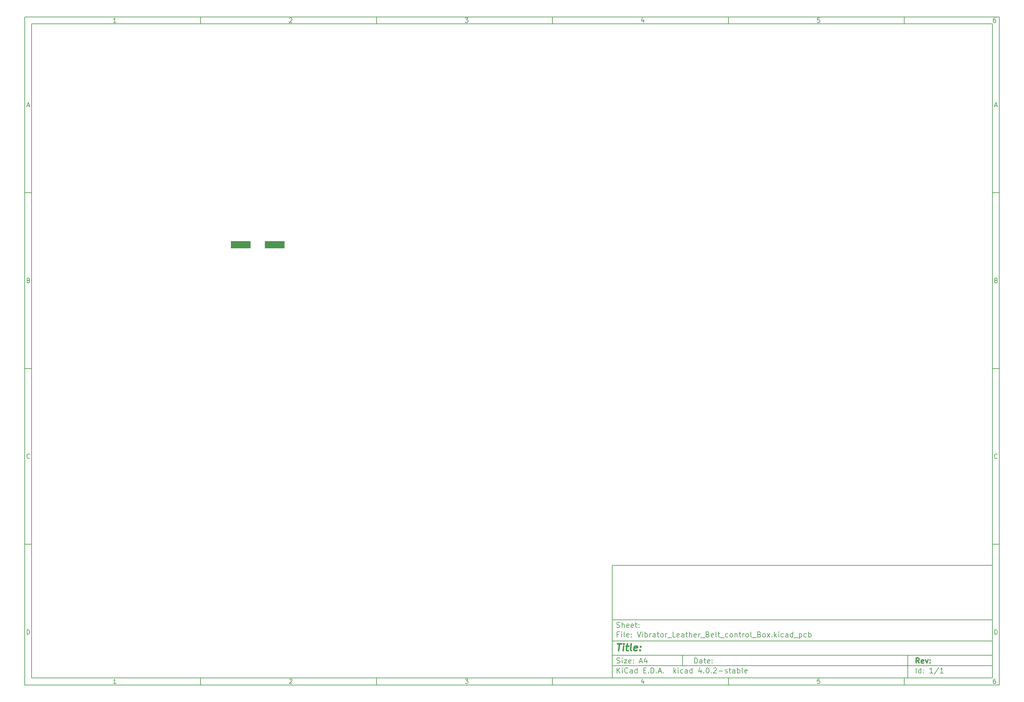
<source format=gbp>
G04 #@! TF.FileFunction,Paste,Bot*
%FSLAX46Y46*%
G04 Gerber Fmt 4.6, Leading zero omitted, Abs format (unit mm)*
G04 Created by KiCad (PCBNEW 4.0.2-stable) date 2016 October 13, Thursday 23:14:49*
%MOMM*%
G01*
G04 APERTURE LIST*
%ADD10C,0.100000*%
%ADD11C,0.150000*%
%ADD12C,0.300000*%
%ADD13C,0.400000*%
%ADD14R,5.600700X2.100580*%
G04 APERTURE END LIST*
D10*
D11*
X177002200Y-166007200D02*
X177002200Y-198007200D01*
X285002200Y-198007200D01*
X285002200Y-166007200D01*
X177002200Y-166007200D01*
D10*
D11*
X10000000Y-10000000D02*
X10000000Y-200007200D01*
X287002200Y-200007200D01*
X287002200Y-10000000D01*
X10000000Y-10000000D01*
D10*
D11*
X12000000Y-12000000D02*
X12000000Y-198007200D01*
X285002200Y-198007200D01*
X285002200Y-12000000D01*
X12000000Y-12000000D01*
D10*
D11*
X60000000Y-12000000D02*
X60000000Y-10000000D01*
D10*
D11*
X110000000Y-12000000D02*
X110000000Y-10000000D01*
D10*
D11*
X160000000Y-12000000D02*
X160000000Y-10000000D01*
D10*
D11*
X210000000Y-12000000D02*
X210000000Y-10000000D01*
D10*
D11*
X260000000Y-12000000D02*
X260000000Y-10000000D01*
D10*
D11*
X35990476Y-11588095D02*
X35247619Y-11588095D01*
X35619048Y-11588095D02*
X35619048Y-10288095D01*
X35495238Y-10473810D01*
X35371429Y-10597619D01*
X35247619Y-10659524D01*
D10*
D11*
X85247619Y-10411905D02*
X85309524Y-10350000D01*
X85433333Y-10288095D01*
X85742857Y-10288095D01*
X85866667Y-10350000D01*
X85928571Y-10411905D01*
X85990476Y-10535714D01*
X85990476Y-10659524D01*
X85928571Y-10845238D01*
X85185714Y-11588095D01*
X85990476Y-11588095D01*
D10*
D11*
X135185714Y-10288095D02*
X135990476Y-10288095D01*
X135557143Y-10783333D01*
X135742857Y-10783333D01*
X135866667Y-10845238D01*
X135928571Y-10907143D01*
X135990476Y-11030952D01*
X135990476Y-11340476D01*
X135928571Y-11464286D01*
X135866667Y-11526190D01*
X135742857Y-11588095D01*
X135371429Y-11588095D01*
X135247619Y-11526190D01*
X135185714Y-11464286D01*
D10*
D11*
X185866667Y-10721429D02*
X185866667Y-11588095D01*
X185557143Y-10226190D02*
X185247619Y-11154762D01*
X186052381Y-11154762D01*
D10*
D11*
X235928571Y-10288095D02*
X235309524Y-10288095D01*
X235247619Y-10907143D01*
X235309524Y-10845238D01*
X235433333Y-10783333D01*
X235742857Y-10783333D01*
X235866667Y-10845238D01*
X235928571Y-10907143D01*
X235990476Y-11030952D01*
X235990476Y-11340476D01*
X235928571Y-11464286D01*
X235866667Y-11526190D01*
X235742857Y-11588095D01*
X235433333Y-11588095D01*
X235309524Y-11526190D01*
X235247619Y-11464286D01*
D10*
D11*
X285866667Y-10288095D02*
X285619048Y-10288095D01*
X285495238Y-10350000D01*
X285433333Y-10411905D01*
X285309524Y-10597619D01*
X285247619Y-10845238D01*
X285247619Y-11340476D01*
X285309524Y-11464286D01*
X285371429Y-11526190D01*
X285495238Y-11588095D01*
X285742857Y-11588095D01*
X285866667Y-11526190D01*
X285928571Y-11464286D01*
X285990476Y-11340476D01*
X285990476Y-11030952D01*
X285928571Y-10907143D01*
X285866667Y-10845238D01*
X285742857Y-10783333D01*
X285495238Y-10783333D01*
X285371429Y-10845238D01*
X285309524Y-10907143D01*
X285247619Y-11030952D01*
D10*
D11*
X60000000Y-198007200D02*
X60000000Y-200007200D01*
D10*
D11*
X110000000Y-198007200D02*
X110000000Y-200007200D01*
D10*
D11*
X160000000Y-198007200D02*
X160000000Y-200007200D01*
D10*
D11*
X210000000Y-198007200D02*
X210000000Y-200007200D01*
D10*
D11*
X260000000Y-198007200D02*
X260000000Y-200007200D01*
D10*
D11*
X35990476Y-199595295D02*
X35247619Y-199595295D01*
X35619048Y-199595295D02*
X35619048Y-198295295D01*
X35495238Y-198481010D01*
X35371429Y-198604819D01*
X35247619Y-198666724D01*
D10*
D11*
X85247619Y-198419105D02*
X85309524Y-198357200D01*
X85433333Y-198295295D01*
X85742857Y-198295295D01*
X85866667Y-198357200D01*
X85928571Y-198419105D01*
X85990476Y-198542914D01*
X85990476Y-198666724D01*
X85928571Y-198852438D01*
X85185714Y-199595295D01*
X85990476Y-199595295D01*
D10*
D11*
X135185714Y-198295295D02*
X135990476Y-198295295D01*
X135557143Y-198790533D01*
X135742857Y-198790533D01*
X135866667Y-198852438D01*
X135928571Y-198914343D01*
X135990476Y-199038152D01*
X135990476Y-199347676D01*
X135928571Y-199471486D01*
X135866667Y-199533390D01*
X135742857Y-199595295D01*
X135371429Y-199595295D01*
X135247619Y-199533390D01*
X135185714Y-199471486D01*
D10*
D11*
X185866667Y-198728629D02*
X185866667Y-199595295D01*
X185557143Y-198233390D02*
X185247619Y-199161962D01*
X186052381Y-199161962D01*
D10*
D11*
X235928571Y-198295295D02*
X235309524Y-198295295D01*
X235247619Y-198914343D01*
X235309524Y-198852438D01*
X235433333Y-198790533D01*
X235742857Y-198790533D01*
X235866667Y-198852438D01*
X235928571Y-198914343D01*
X235990476Y-199038152D01*
X235990476Y-199347676D01*
X235928571Y-199471486D01*
X235866667Y-199533390D01*
X235742857Y-199595295D01*
X235433333Y-199595295D01*
X235309524Y-199533390D01*
X235247619Y-199471486D01*
D10*
D11*
X285866667Y-198295295D02*
X285619048Y-198295295D01*
X285495238Y-198357200D01*
X285433333Y-198419105D01*
X285309524Y-198604819D01*
X285247619Y-198852438D01*
X285247619Y-199347676D01*
X285309524Y-199471486D01*
X285371429Y-199533390D01*
X285495238Y-199595295D01*
X285742857Y-199595295D01*
X285866667Y-199533390D01*
X285928571Y-199471486D01*
X285990476Y-199347676D01*
X285990476Y-199038152D01*
X285928571Y-198914343D01*
X285866667Y-198852438D01*
X285742857Y-198790533D01*
X285495238Y-198790533D01*
X285371429Y-198852438D01*
X285309524Y-198914343D01*
X285247619Y-199038152D01*
D10*
D11*
X10000000Y-60000000D02*
X12000000Y-60000000D01*
D10*
D11*
X10000000Y-110000000D02*
X12000000Y-110000000D01*
D10*
D11*
X10000000Y-160000000D02*
X12000000Y-160000000D01*
D10*
D11*
X10690476Y-35216667D02*
X11309524Y-35216667D01*
X10566667Y-35588095D02*
X11000000Y-34288095D01*
X11433333Y-35588095D01*
D10*
D11*
X11092857Y-84907143D02*
X11278571Y-84969048D01*
X11340476Y-85030952D01*
X11402381Y-85154762D01*
X11402381Y-85340476D01*
X11340476Y-85464286D01*
X11278571Y-85526190D01*
X11154762Y-85588095D01*
X10659524Y-85588095D01*
X10659524Y-84288095D01*
X11092857Y-84288095D01*
X11216667Y-84350000D01*
X11278571Y-84411905D01*
X11340476Y-84535714D01*
X11340476Y-84659524D01*
X11278571Y-84783333D01*
X11216667Y-84845238D01*
X11092857Y-84907143D01*
X10659524Y-84907143D01*
D10*
D11*
X11402381Y-135464286D02*
X11340476Y-135526190D01*
X11154762Y-135588095D01*
X11030952Y-135588095D01*
X10845238Y-135526190D01*
X10721429Y-135402381D01*
X10659524Y-135278571D01*
X10597619Y-135030952D01*
X10597619Y-134845238D01*
X10659524Y-134597619D01*
X10721429Y-134473810D01*
X10845238Y-134350000D01*
X11030952Y-134288095D01*
X11154762Y-134288095D01*
X11340476Y-134350000D01*
X11402381Y-134411905D01*
D10*
D11*
X10659524Y-185588095D02*
X10659524Y-184288095D01*
X10969048Y-184288095D01*
X11154762Y-184350000D01*
X11278571Y-184473810D01*
X11340476Y-184597619D01*
X11402381Y-184845238D01*
X11402381Y-185030952D01*
X11340476Y-185278571D01*
X11278571Y-185402381D01*
X11154762Y-185526190D01*
X10969048Y-185588095D01*
X10659524Y-185588095D01*
D10*
D11*
X287002200Y-60000000D02*
X285002200Y-60000000D01*
D10*
D11*
X287002200Y-110000000D02*
X285002200Y-110000000D01*
D10*
D11*
X287002200Y-160000000D02*
X285002200Y-160000000D01*
D10*
D11*
X285692676Y-35216667D02*
X286311724Y-35216667D01*
X285568867Y-35588095D02*
X286002200Y-34288095D01*
X286435533Y-35588095D01*
D10*
D11*
X286095057Y-84907143D02*
X286280771Y-84969048D01*
X286342676Y-85030952D01*
X286404581Y-85154762D01*
X286404581Y-85340476D01*
X286342676Y-85464286D01*
X286280771Y-85526190D01*
X286156962Y-85588095D01*
X285661724Y-85588095D01*
X285661724Y-84288095D01*
X286095057Y-84288095D01*
X286218867Y-84350000D01*
X286280771Y-84411905D01*
X286342676Y-84535714D01*
X286342676Y-84659524D01*
X286280771Y-84783333D01*
X286218867Y-84845238D01*
X286095057Y-84907143D01*
X285661724Y-84907143D01*
D10*
D11*
X286404581Y-135464286D02*
X286342676Y-135526190D01*
X286156962Y-135588095D01*
X286033152Y-135588095D01*
X285847438Y-135526190D01*
X285723629Y-135402381D01*
X285661724Y-135278571D01*
X285599819Y-135030952D01*
X285599819Y-134845238D01*
X285661724Y-134597619D01*
X285723629Y-134473810D01*
X285847438Y-134350000D01*
X286033152Y-134288095D01*
X286156962Y-134288095D01*
X286342676Y-134350000D01*
X286404581Y-134411905D01*
D10*
D11*
X285661724Y-185588095D02*
X285661724Y-184288095D01*
X285971248Y-184288095D01*
X286156962Y-184350000D01*
X286280771Y-184473810D01*
X286342676Y-184597619D01*
X286404581Y-184845238D01*
X286404581Y-185030952D01*
X286342676Y-185278571D01*
X286280771Y-185402381D01*
X286156962Y-185526190D01*
X285971248Y-185588095D01*
X285661724Y-185588095D01*
D10*
D11*
X200359343Y-193785771D02*
X200359343Y-192285771D01*
X200716486Y-192285771D01*
X200930771Y-192357200D01*
X201073629Y-192500057D01*
X201145057Y-192642914D01*
X201216486Y-192928629D01*
X201216486Y-193142914D01*
X201145057Y-193428629D01*
X201073629Y-193571486D01*
X200930771Y-193714343D01*
X200716486Y-193785771D01*
X200359343Y-193785771D01*
X202502200Y-193785771D02*
X202502200Y-193000057D01*
X202430771Y-192857200D01*
X202287914Y-192785771D01*
X202002200Y-192785771D01*
X201859343Y-192857200D01*
X202502200Y-193714343D02*
X202359343Y-193785771D01*
X202002200Y-193785771D01*
X201859343Y-193714343D01*
X201787914Y-193571486D01*
X201787914Y-193428629D01*
X201859343Y-193285771D01*
X202002200Y-193214343D01*
X202359343Y-193214343D01*
X202502200Y-193142914D01*
X203002200Y-192785771D02*
X203573629Y-192785771D01*
X203216486Y-192285771D02*
X203216486Y-193571486D01*
X203287914Y-193714343D01*
X203430772Y-193785771D01*
X203573629Y-193785771D01*
X204645057Y-193714343D02*
X204502200Y-193785771D01*
X204216486Y-193785771D01*
X204073629Y-193714343D01*
X204002200Y-193571486D01*
X204002200Y-193000057D01*
X204073629Y-192857200D01*
X204216486Y-192785771D01*
X204502200Y-192785771D01*
X204645057Y-192857200D01*
X204716486Y-193000057D01*
X204716486Y-193142914D01*
X204002200Y-193285771D01*
X205359343Y-193642914D02*
X205430771Y-193714343D01*
X205359343Y-193785771D01*
X205287914Y-193714343D01*
X205359343Y-193642914D01*
X205359343Y-193785771D01*
X205359343Y-192857200D02*
X205430771Y-192928629D01*
X205359343Y-193000057D01*
X205287914Y-192928629D01*
X205359343Y-192857200D01*
X205359343Y-193000057D01*
D10*
D11*
X177002200Y-194507200D02*
X285002200Y-194507200D01*
D10*
D11*
X178359343Y-196585771D02*
X178359343Y-195085771D01*
X179216486Y-196585771D02*
X178573629Y-195728629D01*
X179216486Y-195085771D02*
X178359343Y-195942914D01*
X179859343Y-196585771D02*
X179859343Y-195585771D01*
X179859343Y-195085771D02*
X179787914Y-195157200D01*
X179859343Y-195228629D01*
X179930771Y-195157200D01*
X179859343Y-195085771D01*
X179859343Y-195228629D01*
X181430772Y-196442914D02*
X181359343Y-196514343D01*
X181145057Y-196585771D01*
X181002200Y-196585771D01*
X180787915Y-196514343D01*
X180645057Y-196371486D01*
X180573629Y-196228629D01*
X180502200Y-195942914D01*
X180502200Y-195728629D01*
X180573629Y-195442914D01*
X180645057Y-195300057D01*
X180787915Y-195157200D01*
X181002200Y-195085771D01*
X181145057Y-195085771D01*
X181359343Y-195157200D01*
X181430772Y-195228629D01*
X182716486Y-196585771D02*
X182716486Y-195800057D01*
X182645057Y-195657200D01*
X182502200Y-195585771D01*
X182216486Y-195585771D01*
X182073629Y-195657200D01*
X182716486Y-196514343D02*
X182573629Y-196585771D01*
X182216486Y-196585771D01*
X182073629Y-196514343D01*
X182002200Y-196371486D01*
X182002200Y-196228629D01*
X182073629Y-196085771D01*
X182216486Y-196014343D01*
X182573629Y-196014343D01*
X182716486Y-195942914D01*
X184073629Y-196585771D02*
X184073629Y-195085771D01*
X184073629Y-196514343D02*
X183930772Y-196585771D01*
X183645058Y-196585771D01*
X183502200Y-196514343D01*
X183430772Y-196442914D01*
X183359343Y-196300057D01*
X183359343Y-195871486D01*
X183430772Y-195728629D01*
X183502200Y-195657200D01*
X183645058Y-195585771D01*
X183930772Y-195585771D01*
X184073629Y-195657200D01*
X185930772Y-195800057D02*
X186430772Y-195800057D01*
X186645058Y-196585771D02*
X185930772Y-196585771D01*
X185930772Y-195085771D01*
X186645058Y-195085771D01*
X187287915Y-196442914D02*
X187359343Y-196514343D01*
X187287915Y-196585771D01*
X187216486Y-196514343D01*
X187287915Y-196442914D01*
X187287915Y-196585771D01*
X188002201Y-196585771D02*
X188002201Y-195085771D01*
X188359344Y-195085771D01*
X188573629Y-195157200D01*
X188716487Y-195300057D01*
X188787915Y-195442914D01*
X188859344Y-195728629D01*
X188859344Y-195942914D01*
X188787915Y-196228629D01*
X188716487Y-196371486D01*
X188573629Y-196514343D01*
X188359344Y-196585771D01*
X188002201Y-196585771D01*
X189502201Y-196442914D02*
X189573629Y-196514343D01*
X189502201Y-196585771D01*
X189430772Y-196514343D01*
X189502201Y-196442914D01*
X189502201Y-196585771D01*
X190145058Y-196157200D02*
X190859344Y-196157200D01*
X190002201Y-196585771D02*
X190502201Y-195085771D01*
X191002201Y-196585771D01*
X191502201Y-196442914D02*
X191573629Y-196514343D01*
X191502201Y-196585771D01*
X191430772Y-196514343D01*
X191502201Y-196442914D01*
X191502201Y-196585771D01*
X194502201Y-196585771D02*
X194502201Y-195085771D01*
X194645058Y-196014343D02*
X195073629Y-196585771D01*
X195073629Y-195585771D02*
X194502201Y-196157200D01*
X195716487Y-196585771D02*
X195716487Y-195585771D01*
X195716487Y-195085771D02*
X195645058Y-195157200D01*
X195716487Y-195228629D01*
X195787915Y-195157200D01*
X195716487Y-195085771D01*
X195716487Y-195228629D01*
X197073630Y-196514343D02*
X196930773Y-196585771D01*
X196645059Y-196585771D01*
X196502201Y-196514343D01*
X196430773Y-196442914D01*
X196359344Y-196300057D01*
X196359344Y-195871486D01*
X196430773Y-195728629D01*
X196502201Y-195657200D01*
X196645059Y-195585771D01*
X196930773Y-195585771D01*
X197073630Y-195657200D01*
X198359344Y-196585771D02*
X198359344Y-195800057D01*
X198287915Y-195657200D01*
X198145058Y-195585771D01*
X197859344Y-195585771D01*
X197716487Y-195657200D01*
X198359344Y-196514343D02*
X198216487Y-196585771D01*
X197859344Y-196585771D01*
X197716487Y-196514343D01*
X197645058Y-196371486D01*
X197645058Y-196228629D01*
X197716487Y-196085771D01*
X197859344Y-196014343D01*
X198216487Y-196014343D01*
X198359344Y-195942914D01*
X199716487Y-196585771D02*
X199716487Y-195085771D01*
X199716487Y-196514343D02*
X199573630Y-196585771D01*
X199287916Y-196585771D01*
X199145058Y-196514343D01*
X199073630Y-196442914D01*
X199002201Y-196300057D01*
X199002201Y-195871486D01*
X199073630Y-195728629D01*
X199145058Y-195657200D01*
X199287916Y-195585771D01*
X199573630Y-195585771D01*
X199716487Y-195657200D01*
X202216487Y-195585771D02*
X202216487Y-196585771D01*
X201859344Y-195014343D02*
X201502201Y-196085771D01*
X202430773Y-196085771D01*
X203002201Y-196442914D02*
X203073629Y-196514343D01*
X203002201Y-196585771D01*
X202930772Y-196514343D01*
X203002201Y-196442914D01*
X203002201Y-196585771D01*
X204002201Y-195085771D02*
X204145058Y-195085771D01*
X204287915Y-195157200D01*
X204359344Y-195228629D01*
X204430773Y-195371486D01*
X204502201Y-195657200D01*
X204502201Y-196014343D01*
X204430773Y-196300057D01*
X204359344Y-196442914D01*
X204287915Y-196514343D01*
X204145058Y-196585771D01*
X204002201Y-196585771D01*
X203859344Y-196514343D01*
X203787915Y-196442914D01*
X203716487Y-196300057D01*
X203645058Y-196014343D01*
X203645058Y-195657200D01*
X203716487Y-195371486D01*
X203787915Y-195228629D01*
X203859344Y-195157200D01*
X204002201Y-195085771D01*
X205145058Y-196442914D02*
X205216486Y-196514343D01*
X205145058Y-196585771D01*
X205073629Y-196514343D01*
X205145058Y-196442914D01*
X205145058Y-196585771D01*
X205787915Y-195228629D02*
X205859344Y-195157200D01*
X206002201Y-195085771D01*
X206359344Y-195085771D01*
X206502201Y-195157200D01*
X206573630Y-195228629D01*
X206645058Y-195371486D01*
X206645058Y-195514343D01*
X206573630Y-195728629D01*
X205716487Y-196585771D01*
X206645058Y-196585771D01*
X207287915Y-196014343D02*
X208430772Y-196014343D01*
X209073629Y-196514343D02*
X209216486Y-196585771D01*
X209502201Y-196585771D01*
X209645058Y-196514343D01*
X209716486Y-196371486D01*
X209716486Y-196300057D01*
X209645058Y-196157200D01*
X209502201Y-196085771D01*
X209287915Y-196085771D01*
X209145058Y-196014343D01*
X209073629Y-195871486D01*
X209073629Y-195800057D01*
X209145058Y-195657200D01*
X209287915Y-195585771D01*
X209502201Y-195585771D01*
X209645058Y-195657200D01*
X210145058Y-195585771D02*
X210716487Y-195585771D01*
X210359344Y-195085771D02*
X210359344Y-196371486D01*
X210430772Y-196514343D01*
X210573630Y-196585771D01*
X210716487Y-196585771D01*
X211859344Y-196585771D02*
X211859344Y-195800057D01*
X211787915Y-195657200D01*
X211645058Y-195585771D01*
X211359344Y-195585771D01*
X211216487Y-195657200D01*
X211859344Y-196514343D02*
X211716487Y-196585771D01*
X211359344Y-196585771D01*
X211216487Y-196514343D01*
X211145058Y-196371486D01*
X211145058Y-196228629D01*
X211216487Y-196085771D01*
X211359344Y-196014343D01*
X211716487Y-196014343D01*
X211859344Y-195942914D01*
X212573630Y-196585771D02*
X212573630Y-195085771D01*
X212573630Y-195657200D02*
X212716487Y-195585771D01*
X213002201Y-195585771D01*
X213145058Y-195657200D01*
X213216487Y-195728629D01*
X213287916Y-195871486D01*
X213287916Y-196300057D01*
X213216487Y-196442914D01*
X213145058Y-196514343D01*
X213002201Y-196585771D01*
X212716487Y-196585771D01*
X212573630Y-196514343D01*
X214145059Y-196585771D02*
X214002201Y-196514343D01*
X213930773Y-196371486D01*
X213930773Y-195085771D01*
X215287915Y-196514343D02*
X215145058Y-196585771D01*
X214859344Y-196585771D01*
X214716487Y-196514343D01*
X214645058Y-196371486D01*
X214645058Y-195800057D01*
X214716487Y-195657200D01*
X214859344Y-195585771D01*
X215145058Y-195585771D01*
X215287915Y-195657200D01*
X215359344Y-195800057D01*
X215359344Y-195942914D01*
X214645058Y-196085771D01*
D10*
D11*
X177002200Y-191507200D02*
X285002200Y-191507200D01*
D10*
D12*
X264216486Y-193785771D02*
X263716486Y-193071486D01*
X263359343Y-193785771D02*
X263359343Y-192285771D01*
X263930771Y-192285771D01*
X264073629Y-192357200D01*
X264145057Y-192428629D01*
X264216486Y-192571486D01*
X264216486Y-192785771D01*
X264145057Y-192928629D01*
X264073629Y-193000057D01*
X263930771Y-193071486D01*
X263359343Y-193071486D01*
X265430771Y-193714343D02*
X265287914Y-193785771D01*
X265002200Y-193785771D01*
X264859343Y-193714343D01*
X264787914Y-193571486D01*
X264787914Y-193000057D01*
X264859343Y-192857200D01*
X265002200Y-192785771D01*
X265287914Y-192785771D01*
X265430771Y-192857200D01*
X265502200Y-193000057D01*
X265502200Y-193142914D01*
X264787914Y-193285771D01*
X266002200Y-192785771D02*
X266359343Y-193785771D01*
X266716485Y-192785771D01*
X267287914Y-193642914D02*
X267359342Y-193714343D01*
X267287914Y-193785771D01*
X267216485Y-193714343D01*
X267287914Y-193642914D01*
X267287914Y-193785771D01*
X267287914Y-192857200D02*
X267359342Y-192928629D01*
X267287914Y-193000057D01*
X267216485Y-192928629D01*
X267287914Y-192857200D01*
X267287914Y-193000057D01*
D10*
D11*
X178287914Y-193714343D02*
X178502200Y-193785771D01*
X178859343Y-193785771D01*
X179002200Y-193714343D01*
X179073629Y-193642914D01*
X179145057Y-193500057D01*
X179145057Y-193357200D01*
X179073629Y-193214343D01*
X179002200Y-193142914D01*
X178859343Y-193071486D01*
X178573629Y-193000057D01*
X178430771Y-192928629D01*
X178359343Y-192857200D01*
X178287914Y-192714343D01*
X178287914Y-192571486D01*
X178359343Y-192428629D01*
X178430771Y-192357200D01*
X178573629Y-192285771D01*
X178930771Y-192285771D01*
X179145057Y-192357200D01*
X179787914Y-193785771D02*
X179787914Y-192785771D01*
X179787914Y-192285771D02*
X179716485Y-192357200D01*
X179787914Y-192428629D01*
X179859342Y-192357200D01*
X179787914Y-192285771D01*
X179787914Y-192428629D01*
X180359343Y-192785771D02*
X181145057Y-192785771D01*
X180359343Y-193785771D01*
X181145057Y-193785771D01*
X182287914Y-193714343D02*
X182145057Y-193785771D01*
X181859343Y-193785771D01*
X181716486Y-193714343D01*
X181645057Y-193571486D01*
X181645057Y-193000057D01*
X181716486Y-192857200D01*
X181859343Y-192785771D01*
X182145057Y-192785771D01*
X182287914Y-192857200D01*
X182359343Y-193000057D01*
X182359343Y-193142914D01*
X181645057Y-193285771D01*
X183002200Y-193642914D02*
X183073628Y-193714343D01*
X183002200Y-193785771D01*
X182930771Y-193714343D01*
X183002200Y-193642914D01*
X183002200Y-193785771D01*
X183002200Y-192857200D02*
X183073628Y-192928629D01*
X183002200Y-193000057D01*
X182930771Y-192928629D01*
X183002200Y-192857200D01*
X183002200Y-193000057D01*
X184787914Y-193357200D02*
X185502200Y-193357200D01*
X184645057Y-193785771D02*
X185145057Y-192285771D01*
X185645057Y-193785771D01*
X186787914Y-192785771D02*
X186787914Y-193785771D01*
X186430771Y-192214343D02*
X186073628Y-193285771D01*
X187002200Y-193285771D01*
D10*
D11*
X263359343Y-196585771D02*
X263359343Y-195085771D01*
X264716486Y-196585771D02*
X264716486Y-195085771D01*
X264716486Y-196514343D02*
X264573629Y-196585771D01*
X264287915Y-196585771D01*
X264145057Y-196514343D01*
X264073629Y-196442914D01*
X264002200Y-196300057D01*
X264002200Y-195871486D01*
X264073629Y-195728629D01*
X264145057Y-195657200D01*
X264287915Y-195585771D01*
X264573629Y-195585771D01*
X264716486Y-195657200D01*
X265430772Y-196442914D02*
X265502200Y-196514343D01*
X265430772Y-196585771D01*
X265359343Y-196514343D01*
X265430772Y-196442914D01*
X265430772Y-196585771D01*
X265430772Y-195657200D02*
X265502200Y-195728629D01*
X265430772Y-195800057D01*
X265359343Y-195728629D01*
X265430772Y-195657200D01*
X265430772Y-195800057D01*
X268073629Y-196585771D02*
X267216486Y-196585771D01*
X267645058Y-196585771D02*
X267645058Y-195085771D01*
X267502201Y-195300057D01*
X267359343Y-195442914D01*
X267216486Y-195514343D01*
X269787914Y-195014343D02*
X268502200Y-196942914D01*
X271073629Y-196585771D02*
X270216486Y-196585771D01*
X270645058Y-196585771D02*
X270645058Y-195085771D01*
X270502201Y-195300057D01*
X270359343Y-195442914D01*
X270216486Y-195514343D01*
D10*
D11*
X177002200Y-187507200D02*
X285002200Y-187507200D01*
D10*
D13*
X178454581Y-188211962D02*
X179597438Y-188211962D01*
X178776010Y-190211962D02*
X179026010Y-188211962D01*
X180014105Y-190211962D02*
X180180771Y-188878629D01*
X180264105Y-188211962D02*
X180156962Y-188307200D01*
X180240295Y-188402438D01*
X180347439Y-188307200D01*
X180264105Y-188211962D01*
X180240295Y-188402438D01*
X180847438Y-188878629D02*
X181609343Y-188878629D01*
X181216486Y-188211962D02*
X181002200Y-189926248D01*
X181073630Y-190116724D01*
X181252201Y-190211962D01*
X181442677Y-190211962D01*
X182395058Y-190211962D02*
X182216487Y-190116724D01*
X182145057Y-189926248D01*
X182359343Y-188211962D01*
X183930772Y-190116724D02*
X183728391Y-190211962D01*
X183347439Y-190211962D01*
X183168867Y-190116724D01*
X183097438Y-189926248D01*
X183192676Y-189164343D01*
X183311724Y-188973867D01*
X183514105Y-188878629D01*
X183895057Y-188878629D01*
X184073629Y-188973867D01*
X184145057Y-189164343D01*
X184121248Y-189354819D01*
X183145057Y-189545295D01*
X184895057Y-190021486D02*
X184978392Y-190116724D01*
X184871248Y-190211962D01*
X184787915Y-190116724D01*
X184895057Y-190021486D01*
X184871248Y-190211962D01*
X185026010Y-188973867D02*
X185109344Y-189069105D01*
X185002200Y-189164343D01*
X184918867Y-189069105D01*
X185026010Y-188973867D01*
X185002200Y-189164343D01*
D10*
D11*
X178859343Y-185600057D02*
X178359343Y-185600057D01*
X178359343Y-186385771D02*
X178359343Y-184885771D01*
X179073629Y-184885771D01*
X179645057Y-186385771D02*
X179645057Y-185385771D01*
X179645057Y-184885771D02*
X179573628Y-184957200D01*
X179645057Y-185028629D01*
X179716485Y-184957200D01*
X179645057Y-184885771D01*
X179645057Y-185028629D01*
X180573629Y-186385771D02*
X180430771Y-186314343D01*
X180359343Y-186171486D01*
X180359343Y-184885771D01*
X181716485Y-186314343D02*
X181573628Y-186385771D01*
X181287914Y-186385771D01*
X181145057Y-186314343D01*
X181073628Y-186171486D01*
X181073628Y-185600057D01*
X181145057Y-185457200D01*
X181287914Y-185385771D01*
X181573628Y-185385771D01*
X181716485Y-185457200D01*
X181787914Y-185600057D01*
X181787914Y-185742914D01*
X181073628Y-185885771D01*
X182430771Y-186242914D02*
X182502199Y-186314343D01*
X182430771Y-186385771D01*
X182359342Y-186314343D01*
X182430771Y-186242914D01*
X182430771Y-186385771D01*
X182430771Y-185457200D02*
X182502199Y-185528629D01*
X182430771Y-185600057D01*
X182359342Y-185528629D01*
X182430771Y-185457200D01*
X182430771Y-185600057D01*
X184073628Y-184885771D02*
X184573628Y-186385771D01*
X185073628Y-184885771D01*
X185573628Y-186385771D02*
X185573628Y-185385771D01*
X185573628Y-184885771D02*
X185502199Y-184957200D01*
X185573628Y-185028629D01*
X185645056Y-184957200D01*
X185573628Y-184885771D01*
X185573628Y-185028629D01*
X186287914Y-186385771D02*
X186287914Y-184885771D01*
X186287914Y-185457200D02*
X186430771Y-185385771D01*
X186716485Y-185385771D01*
X186859342Y-185457200D01*
X186930771Y-185528629D01*
X187002200Y-185671486D01*
X187002200Y-186100057D01*
X186930771Y-186242914D01*
X186859342Y-186314343D01*
X186716485Y-186385771D01*
X186430771Y-186385771D01*
X186287914Y-186314343D01*
X187645057Y-186385771D02*
X187645057Y-185385771D01*
X187645057Y-185671486D02*
X187716485Y-185528629D01*
X187787914Y-185457200D01*
X187930771Y-185385771D01*
X188073628Y-185385771D01*
X189216485Y-186385771D02*
X189216485Y-185600057D01*
X189145056Y-185457200D01*
X189002199Y-185385771D01*
X188716485Y-185385771D01*
X188573628Y-185457200D01*
X189216485Y-186314343D02*
X189073628Y-186385771D01*
X188716485Y-186385771D01*
X188573628Y-186314343D01*
X188502199Y-186171486D01*
X188502199Y-186028629D01*
X188573628Y-185885771D01*
X188716485Y-185814343D01*
X189073628Y-185814343D01*
X189216485Y-185742914D01*
X189716485Y-185385771D02*
X190287914Y-185385771D01*
X189930771Y-184885771D02*
X189930771Y-186171486D01*
X190002199Y-186314343D01*
X190145057Y-186385771D01*
X190287914Y-186385771D01*
X191002200Y-186385771D02*
X190859342Y-186314343D01*
X190787914Y-186242914D01*
X190716485Y-186100057D01*
X190716485Y-185671486D01*
X190787914Y-185528629D01*
X190859342Y-185457200D01*
X191002200Y-185385771D01*
X191216485Y-185385771D01*
X191359342Y-185457200D01*
X191430771Y-185528629D01*
X191502200Y-185671486D01*
X191502200Y-186100057D01*
X191430771Y-186242914D01*
X191359342Y-186314343D01*
X191216485Y-186385771D01*
X191002200Y-186385771D01*
X192145057Y-186385771D02*
X192145057Y-185385771D01*
X192145057Y-185671486D02*
X192216485Y-185528629D01*
X192287914Y-185457200D01*
X192430771Y-185385771D01*
X192573628Y-185385771D01*
X192716485Y-186528629D02*
X193859342Y-186528629D01*
X194930771Y-186385771D02*
X194216485Y-186385771D01*
X194216485Y-184885771D01*
X196002199Y-186314343D02*
X195859342Y-186385771D01*
X195573628Y-186385771D01*
X195430771Y-186314343D01*
X195359342Y-186171486D01*
X195359342Y-185600057D01*
X195430771Y-185457200D01*
X195573628Y-185385771D01*
X195859342Y-185385771D01*
X196002199Y-185457200D01*
X196073628Y-185600057D01*
X196073628Y-185742914D01*
X195359342Y-185885771D01*
X197359342Y-186385771D02*
X197359342Y-185600057D01*
X197287913Y-185457200D01*
X197145056Y-185385771D01*
X196859342Y-185385771D01*
X196716485Y-185457200D01*
X197359342Y-186314343D02*
X197216485Y-186385771D01*
X196859342Y-186385771D01*
X196716485Y-186314343D01*
X196645056Y-186171486D01*
X196645056Y-186028629D01*
X196716485Y-185885771D01*
X196859342Y-185814343D01*
X197216485Y-185814343D01*
X197359342Y-185742914D01*
X197859342Y-185385771D02*
X198430771Y-185385771D01*
X198073628Y-184885771D02*
X198073628Y-186171486D01*
X198145056Y-186314343D01*
X198287914Y-186385771D01*
X198430771Y-186385771D01*
X198930771Y-186385771D02*
X198930771Y-184885771D01*
X199573628Y-186385771D02*
X199573628Y-185600057D01*
X199502199Y-185457200D01*
X199359342Y-185385771D01*
X199145057Y-185385771D01*
X199002199Y-185457200D01*
X198930771Y-185528629D01*
X200859342Y-186314343D02*
X200716485Y-186385771D01*
X200430771Y-186385771D01*
X200287914Y-186314343D01*
X200216485Y-186171486D01*
X200216485Y-185600057D01*
X200287914Y-185457200D01*
X200430771Y-185385771D01*
X200716485Y-185385771D01*
X200859342Y-185457200D01*
X200930771Y-185600057D01*
X200930771Y-185742914D01*
X200216485Y-185885771D01*
X201573628Y-186385771D02*
X201573628Y-185385771D01*
X201573628Y-185671486D02*
X201645056Y-185528629D01*
X201716485Y-185457200D01*
X201859342Y-185385771D01*
X202002199Y-185385771D01*
X202145056Y-186528629D02*
X203287913Y-186528629D01*
X204145056Y-185600057D02*
X204359342Y-185671486D01*
X204430770Y-185742914D01*
X204502199Y-185885771D01*
X204502199Y-186100057D01*
X204430770Y-186242914D01*
X204359342Y-186314343D01*
X204216484Y-186385771D01*
X203645056Y-186385771D01*
X203645056Y-184885771D01*
X204145056Y-184885771D01*
X204287913Y-184957200D01*
X204359342Y-185028629D01*
X204430770Y-185171486D01*
X204430770Y-185314343D01*
X204359342Y-185457200D01*
X204287913Y-185528629D01*
X204145056Y-185600057D01*
X203645056Y-185600057D01*
X205716484Y-186314343D02*
X205573627Y-186385771D01*
X205287913Y-186385771D01*
X205145056Y-186314343D01*
X205073627Y-186171486D01*
X205073627Y-185600057D01*
X205145056Y-185457200D01*
X205287913Y-185385771D01*
X205573627Y-185385771D01*
X205716484Y-185457200D01*
X205787913Y-185600057D01*
X205787913Y-185742914D01*
X205073627Y-185885771D01*
X206645056Y-186385771D02*
X206502198Y-186314343D01*
X206430770Y-186171486D01*
X206430770Y-184885771D01*
X207002198Y-185385771D02*
X207573627Y-185385771D01*
X207216484Y-184885771D02*
X207216484Y-186171486D01*
X207287912Y-186314343D01*
X207430770Y-186385771D01*
X207573627Y-186385771D01*
X207716484Y-186528629D02*
X208859341Y-186528629D01*
X209859341Y-186314343D02*
X209716484Y-186385771D01*
X209430770Y-186385771D01*
X209287912Y-186314343D01*
X209216484Y-186242914D01*
X209145055Y-186100057D01*
X209145055Y-185671486D01*
X209216484Y-185528629D01*
X209287912Y-185457200D01*
X209430770Y-185385771D01*
X209716484Y-185385771D01*
X209859341Y-185457200D01*
X210716484Y-186385771D02*
X210573626Y-186314343D01*
X210502198Y-186242914D01*
X210430769Y-186100057D01*
X210430769Y-185671486D01*
X210502198Y-185528629D01*
X210573626Y-185457200D01*
X210716484Y-185385771D01*
X210930769Y-185385771D01*
X211073626Y-185457200D01*
X211145055Y-185528629D01*
X211216484Y-185671486D01*
X211216484Y-186100057D01*
X211145055Y-186242914D01*
X211073626Y-186314343D01*
X210930769Y-186385771D01*
X210716484Y-186385771D01*
X211859341Y-185385771D02*
X211859341Y-186385771D01*
X211859341Y-185528629D02*
X211930769Y-185457200D01*
X212073627Y-185385771D01*
X212287912Y-185385771D01*
X212430769Y-185457200D01*
X212502198Y-185600057D01*
X212502198Y-186385771D01*
X213002198Y-185385771D02*
X213573627Y-185385771D01*
X213216484Y-184885771D02*
X213216484Y-186171486D01*
X213287912Y-186314343D01*
X213430770Y-186385771D01*
X213573627Y-186385771D01*
X214073627Y-186385771D02*
X214073627Y-185385771D01*
X214073627Y-185671486D02*
X214145055Y-185528629D01*
X214216484Y-185457200D01*
X214359341Y-185385771D01*
X214502198Y-185385771D01*
X215216484Y-186385771D02*
X215073626Y-186314343D01*
X215002198Y-186242914D01*
X214930769Y-186100057D01*
X214930769Y-185671486D01*
X215002198Y-185528629D01*
X215073626Y-185457200D01*
X215216484Y-185385771D01*
X215430769Y-185385771D01*
X215573626Y-185457200D01*
X215645055Y-185528629D01*
X215716484Y-185671486D01*
X215716484Y-186100057D01*
X215645055Y-186242914D01*
X215573626Y-186314343D01*
X215430769Y-186385771D01*
X215216484Y-186385771D01*
X216573627Y-186385771D02*
X216430769Y-186314343D01*
X216359341Y-186171486D01*
X216359341Y-184885771D01*
X216787912Y-186528629D02*
X217930769Y-186528629D01*
X218787912Y-185600057D02*
X219002198Y-185671486D01*
X219073626Y-185742914D01*
X219145055Y-185885771D01*
X219145055Y-186100057D01*
X219073626Y-186242914D01*
X219002198Y-186314343D01*
X218859340Y-186385771D01*
X218287912Y-186385771D01*
X218287912Y-184885771D01*
X218787912Y-184885771D01*
X218930769Y-184957200D01*
X219002198Y-185028629D01*
X219073626Y-185171486D01*
X219073626Y-185314343D01*
X219002198Y-185457200D01*
X218930769Y-185528629D01*
X218787912Y-185600057D01*
X218287912Y-185600057D01*
X220002198Y-186385771D02*
X219859340Y-186314343D01*
X219787912Y-186242914D01*
X219716483Y-186100057D01*
X219716483Y-185671486D01*
X219787912Y-185528629D01*
X219859340Y-185457200D01*
X220002198Y-185385771D01*
X220216483Y-185385771D01*
X220359340Y-185457200D01*
X220430769Y-185528629D01*
X220502198Y-185671486D01*
X220502198Y-186100057D01*
X220430769Y-186242914D01*
X220359340Y-186314343D01*
X220216483Y-186385771D01*
X220002198Y-186385771D01*
X221002198Y-186385771D02*
X221787912Y-185385771D01*
X221002198Y-185385771D02*
X221787912Y-186385771D01*
X222359341Y-186242914D02*
X222430769Y-186314343D01*
X222359341Y-186385771D01*
X222287912Y-186314343D01*
X222359341Y-186242914D01*
X222359341Y-186385771D01*
X223073627Y-186385771D02*
X223073627Y-184885771D01*
X223216484Y-185814343D02*
X223645055Y-186385771D01*
X223645055Y-185385771D02*
X223073627Y-185957200D01*
X224287913Y-186385771D02*
X224287913Y-185385771D01*
X224287913Y-184885771D02*
X224216484Y-184957200D01*
X224287913Y-185028629D01*
X224359341Y-184957200D01*
X224287913Y-184885771D01*
X224287913Y-185028629D01*
X225645056Y-186314343D02*
X225502199Y-186385771D01*
X225216485Y-186385771D01*
X225073627Y-186314343D01*
X225002199Y-186242914D01*
X224930770Y-186100057D01*
X224930770Y-185671486D01*
X225002199Y-185528629D01*
X225073627Y-185457200D01*
X225216485Y-185385771D01*
X225502199Y-185385771D01*
X225645056Y-185457200D01*
X226930770Y-186385771D02*
X226930770Y-185600057D01*
X226859341Y-185457200D01*
X226716484Y-185385771D01*
X226430770Y-185385771D01*
X226287913Y-185457200D01*
X226930770Y-186314343D02*
X226787913Y-186385771D01*
X226430770Y-186385771D01*
X226287913Y-186314343D01*
X226216484Y-186171486D01*
X226216484Y-186028629D01*
X226287913Y-185885771D01*
X226430770Y-185814343D01*
X226787913Y-185814343D01*
X226930770Y-185742914D01*
X228287913Y-186385771D02*
X228287913Y-184885771D01*
X228287913Y-186314343D02*
X228145056Y-186385771D01*
X227859342Y-186385771D01*
X227716484Y-186314343D01*
X227645056Y-186242914D01*
X227573627Y-186100057D01*
X227573627Y-185671486D01*
X227645056Y-185528629D01*
X227716484Y-185457200D01*
X227859342Y-185385771D01*
X228145056Y-185385771D01*
X228287913Y-185457200D01*
X228645056Y-186528629D02*
X229787913Y-186528629D01*
X230145056Y-185385771D02*
X230145056Y-186885771D01*
X230145056Y-185457200D02*
X230287913Y-185385771D01*
X230573627Y-185385771D01*
X230716484Y-185457200D01*
X230787913Y-185528629D01*
X230859342Y-185671486D01*
X230859342Y-186100057D01*
X230787913Y-186242914D01*
X230716484Y-186314343D01*
X230573627Y-186385771D01*
X230287913Y-186385771D01*
X230145056Y-186314343D01*
X232145056Y-186314343D02*
X232002199Y-186385771D01*
X231716485Y-186385771D01*
X231573627Y-186314343D01*
X231502199Y-186242914D01*
X231430770Y-186100057D01*
X231430770Y-185671486D01*
X231502199Y-185528629D01*
X231573627Y-185457200D01*
X231716485Y-185385771D01*
X232002199Y-185385771D01*
X232145056Y-185457200D01*
X232787913Y-186385771D02*
X232787913Y-184885771D01*
X232787913Y-185457200D02*
X232930770Y-185385771D01*
X233216484Y-185385771D01*
X233359341Y-185457200D01*
X233430770Y-185528629D01*
X233502199Y-185671486D01*
X233502199Y-186100057D01*
X233430770Y-186242914D01*
X233359341Y-186314343D01*
X233216484Y-186385771D01*
X232930770Y-186385771D01*
X232787913Y-186314343D01*
D10*
D11*
X177002200Y-181507200D02*
X285002200Y-181507200D01*
D10*
D11*
X178287914Y-183614343D02*
X178502200Y-183685771D01*
X178859343Y-183685771D01*
X179002200Y-183614343D01*
X179073629Y-183542914D01*
X179145057Y-183400057D01*
X179145057Y-183257200D01*
X179073629Y-183114343D01*
X179002200Y-183042914D01*
X178859343Y-182971486D01*
X178573629Y-182900057D01*
X178430771Y-182828629D01*
X178359343Y-182757200D01*
X178287914Y-182614343D01*
X178287914Y-182471486D01*
X178359343Y-182328629D01*
X178430771Y-182257200D01*
X178573629Y-182185771D01*
X178930771Y-182185771D01*
X179145057Y-182257200D01*
X179787914Y-183685771D02*
X179787914Y-182185771D01*
X180430771Y-183685771D02*
X180430771Y-182900057D01*
X180359342Y-182757200D01*
X180216485Y-182685771D01*
X180002200Y-182685771D01*
X179859342Y-182757200D01*
X179787914Y-182828629D01*
X181716485Y-183614343D02*
X181573628Y-183685771D01*
X181287914Y-183685771D01*
X181145057Y-183614343D01*
X181073628Y-183471486D01*
X181073628Y-182900057D01*
X181145057Y-182757200D01*
X181287914Y-182685771D01*
X181573628Y-182685771D01*
X181716485Y-182757200D01*
X181787914Y-182900057D01*
X181787914Y-183042914D01*
X181073628Y-183185771D01*
X183002199Y-183614343D02*
X182859342Y-183685771D01*
X182573628Y-183685771D01*
X182430771Y-183614343D01*
X182359342Y-183471486D01*
X182359342Y-182900057D01*
X182430771Y-182757200D01*
X182573628Y-182685771D01*
X182859342Y-182685771D01*
X183002199Y-182757200D01*
X183073628Y-182900057D01*
X183073628Y-183042914D01*
X182359342Y-183185771D01*
X183502199Y-182685771D02*
X184073628Y-182685771D01*
X183716485Y-182185771D02*
X183716485Y-183471486D01*
X183787913Y-183614343D01*
X183930771Y-183685771D01*
X184073628Y-183685771D01*
X184573628Y-183542914D02*
X184645056Y-183614343D01*
X184573628Y-183685771D01*
X184502199Y-183614343D01*
X184573628Y-183542914D01*
X184573628Y-183685771D01*
X184573628Y-182757200D02*
X184645056Y-182828629D01*
X184573628Y-182900057D01*
X184502199Y-182828629D01*
X184573628Y-182757200D01*
X184573628Y-182900057D01*
D10*
D11*
X197002200Y-191507200D02*
X197002200Y-194507200D01*
D10*
D11*
X261002200Y-191507200D02*
X261002200Y-198007200D01*
D14*
X81098860Y-74750000D03*
X71401140Y-74750000D03*
M02*

</source>
